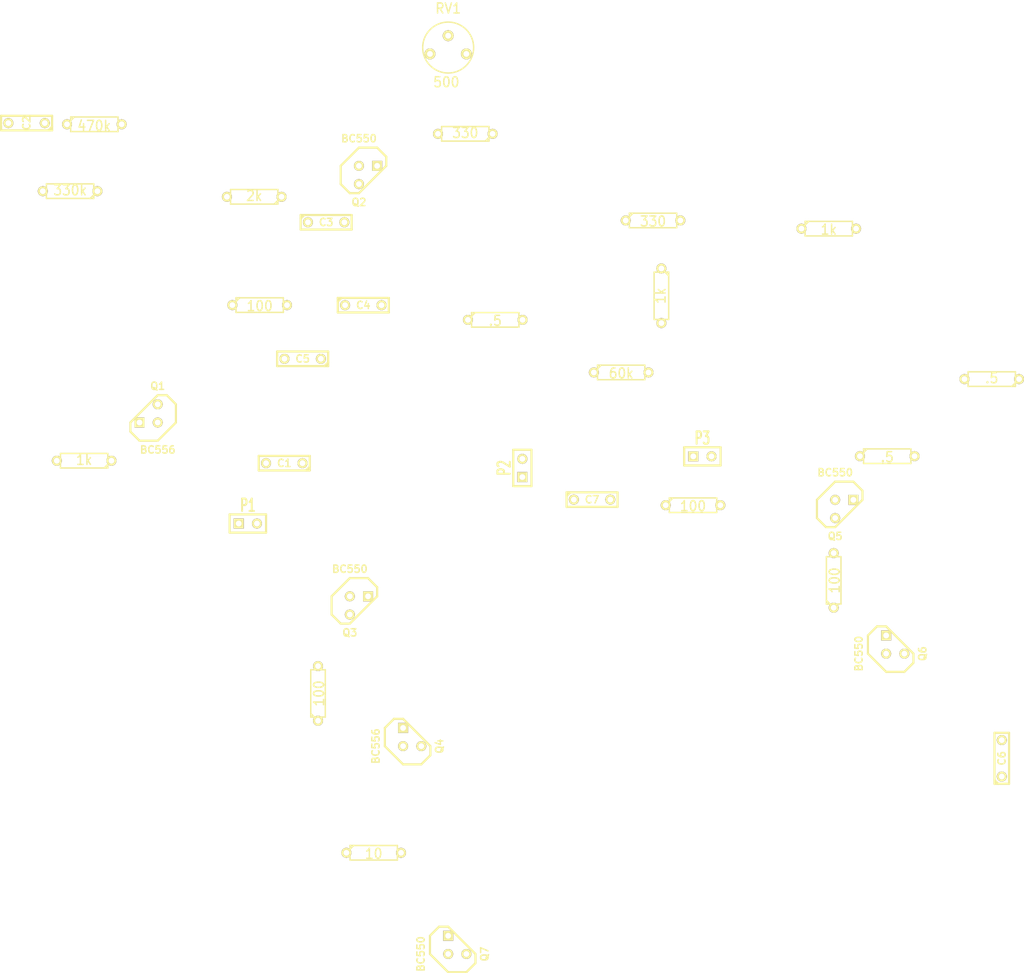
<source format=kicad_pcb>
(kicad_pcb (version 3) (host pcbnew "(2013-june-11)-stable")

  (general
    (links 55)
    (no_connects 55)
    (area 0 0 0 0)
    (thickness 1.6)
    (drawings 0)
    (tracks 0)
    (zones 0)
    (modules 35)
    (nets 24)
  )

  (page A3)
  (layers
    (15 F.Cu signal)
    (0 B.Cu signal)
    (16 B.Adhes user)
    (17 F.Adhes user)
    (18 B.Paste user)
    (19 F.Paste user)
    (20 B.SilkS user)
    (21 F.SilkS user)
    (22 B.Mask user)
    (23 F.Mask user)
    (24 Dwgs.User user)
    (25 Cmts.User user)
    (26 Eco1.User user)
    (27 Eco2.User user)
    (28 Edge.Cuts user)
  )

  (setup
    (last_trace_width 0.254)
    (trace_clearance 0.254)
    (zone_clearance 0.508)
    (zone_45_only no)
    (trace_min 0.254)
    (segment_width 0.2)
    (edge_width 0.1)
    (via_size 0.889)
    (via_drill 0.635)
    (via_min_size 0.889)
    (via_min_drill 0.508)
    (uvia_size 0.508)
    (uvia_drill 0.127)
    (uvias_allowed no)
    (uvia_min_size 0.508)
    (uvia_min_drill 0.127)
    (pcb_text_width 0.3)
    (pcb_text_size 1.5 1.5)
    (mod_edge_width 0.15)
    (mod_text_size 1 1)
    (mod_text_width 0.15)
    (pad_size 1.5 1.5)
    (pad_drill 0.6)
    (pad_to_mask_clearance 0)
    (aux_axis_origin 0 0)
    (visible_elements FFFFFFBF)
    (pcbplotparams
      (layerselection 3178497)
      (usegerberextensions true)
      (excludeedgelayer true)
      (linewidth 0.150000)
      (plotframeref false)
      (viasonmask false)
      (mode 1)
      (useauxorigin false)
      (hpglpennumber 1)
      (hpglpenspeed 20)
      (hpglpendiameter 15)
      (hpglpenoverlay 2)
      (psnegative false)
      (psa4output false)
      (plotreference true)
      (plotvalue true)
      (plotothertext true)
      (plotinvisibletext false)
      (padsonsilk false)
      (subtractmaskfromsilk false)
      (outputformat 1)
      (mirror false)
      (drillshape 1)
      (scaleselection 1)
      (outputdirectory ""))
  )

  (net 0 "")
  (net 1 GND)
  (net 2 N-000001)
  (net 3 N-0000010)
  (net 4 N-0000012)
  (net 5 N-0000013)
  (net 6 N-0000014)
  (net 7 N-0000015)
  (net 8 N-0000016)
  (net 9 N-0000017)
  (net 10 N-0000018)
  (net 11 N-0000019)
  (net 12 N-000002)
  (net 13 N-0000020)
  (net 14 N-0000021)
  (net 15 N-0000022)
  (net 16 N-0000023)
  (net 17 N-000003)
  (net 18 N-000004)
  (net 19 N-000005)
  (net 20 N-000006)
  (net 21 N-000007)
  (net 22 N-000008)
  (net 23 N-000009)

  (net_class Default "This is the default net class."
    (clearance 0.254)
    (trace_width 0.254)
    (via_dia 0.889)
    (via_drill 0.635)
    (uvia_dia 0.508)
    (uvia_drill 0.127)
    (add_net "")
    (add_net GND)
    (add_net N-000001)
    (add_net N-0000010)
    (add_net N-0000012)
    (add_net N-0000013)
    (add_net N-0000014)
    (add_net N-0000015)
    (add_net N-0000016)
    (add_net N-0000017)
    (add_net N-0000018)
    (add_net N-0000019)
    (add_net N-000002)
    (add_net N-0000020)
    (add_net N-0000021)
    (add_net N-0000022)
    (add_net N-0000023)
    (add_net N-000003)
    (add_net N-000004)
    (add_net N-000005)
    (add_net N-000006)
    (add_net N-000007)
    (add_net N-000008)
    (add_net N-000009)
  )

  (module TO92 (layer F.Cu) (tedit 443CFFD1) (tstamp 533CF7F0)
    (at 234.569 187.198 90)
    (descr "Transistor TO92 brochage type BC237")
    (tags "TR TO92")
    (path /533119CA)
    (fp_text reference Q6 (at -1.27 3.81 90) (layer F.SilkS)
      (effects (font (size 1.016 1.016) (thickness 0.2032)))
    )
    (fp_text value BC550 (at -1.27 -5.08 90) (layer F.SilkS)
      (effects (font (size 1.016 1.016) (thickness 0.2032)))
    )
    (fp_line (start -1.27 2.54) (end 2.54 -1.27) (layer F.SilkS) (width 0.3048))
    (fp_line (start 2.54 -1.27) (end 2.54 -2.54) (layer F.SilkS) (width 0.3048))
    (fp_line (start 2.54 -2.54) (end 1.27 -3.81) (layer F.SilkS) (width 0.3048))
    (fp_line (start 1.27 -3.81) (end -1.27 -3.81) (layer F.SilkS) (width 0.3048))
    (fp_line (start -1.27 -3.81) (end -3.81 -1.27) (layer F.SilkS) (width 0.3048))
    (fp_line (start -3.81 -1.27) (end -3.81 1.27) (layer F.SilkS) (width 0.3048))
    (fp_line (start -3.81 1.27) (end -2.54 2.54) (layer F.SilkS) (width 0.3048))
    (fp_line (start -2.54 2.54) (end -1.27 2.54) (layer F.SilkS) (width 0.3048))
    (pad 1 thru_hole rect (at 1.27 -1.27 90) (size 1.397 1.397) (drill 0.8128)
      (layers *.Cu *.Mask F.SilkS)
      (net 11 N-0000019)
    )
    (pad 2 thru_hole circle (at -1.27 -1.27 90) (size 1.397 1.397) (drill 0.8128)
      (layers *.Cu *.Mask F.SilkS)
      (net 21 N-000007)
    )
    (pad 3 thru_hole circle (at -1.27 1.27 90) (size 1.397 1.397) (drill 0.8128)
      (layers *.Cu *.Mask F.SilkS)
      (net 5 N-0000013)
    )
    (model discret/to98.wrl
      (at (xyz 0 0 0))
      (scale (xyz 1 1 1))
      (rotate (xyz 0 0 0))
    )
  )

  (module TO92 (layer F.Cu) (tedit 443CFFD1) (tstamp 533CF7FF)
    (at 161.036 121.666)
    (descr "Transistor TO92 brochage type BC237")
    (tags "TR TO92")
    (path /533110DB)
    (fp_text reference Q2 (at -1.27 3.81) (layer F.SilkS)
      (effects (font (size 1.016 1.016) (thickness 0.2032)))
    )
    (fp_text value BC550 (at -1.27 -5.08) (layer F.SilkS)
      (effects (font (size 1.016 1.016) (thickness 0.2032)))
    )
    (fp_line (start -1.27 2.54) (end 2.54 -1.27) (layer F.SilkS) (width 0.3048))
    (fp_line (start 2.54 -1.27) (end 2.54 -2.54) (layer F.SilkS) (width 0.3048))
    (fp_line (start 2.54 -2.54) (end 1.27 -3.81) (layer F.SilkS) (width 0.3048))
    (fp_line (start 1.27 -3.81) (end -1.27 -3.81) (layer F.SilkS) (width 0.3048))
    (fp_line (start -1.27 -3.81) (end -3.81 -1.27) (layer F.SilkS) (width 0.3048))
    (fp_line (start -3.81 -1.27) (end -3.81 1.27) (layer F.SilkS) (width 0.3048))
    (fp_line (start -3.81 1.27) (end -2.54 2.54) (layer F.SilkS) (width 0.3048))
    (fp_line (start -2.54 2.54) (end -1.27 2.54) (layer F.SilkS) (width 0.3048))
    (pad 1 thru_hole rect (at 1.27 -1.27) (size 1.397 1.397) (drill 0.8128)
      (layers *.Cu *.Mask F.SilkS)
      (net 13 N-0000020)
    )
    (pad 2 thru_hole circle (at -1.27 -1.27) (size 1.397 1.397) (drill 0.8128)
      (layers *.Cu *.Mask F.SilkS)
      (net 19 N-000005)
    )
    (pad 3 thru_hole circle (at -1.27 1.27) (size 1.397 1.397) (drill 0.8128)
      (layers *.Cu *.Mask F.SilkS)
      (net 15 N-0000022)
    )
    (model discret/to98.wrl
      (at (xyz 0 0 0))
      (scale (xyz 1 1 1))
      (rotate (xyz 0 0 0))
    )
  )

  (module TO92 (layer F.Cu) (tedit 443CFFD1) (tstamp 533CF80E)
    (at 227.457 168.275)
    (descr "Transistor TO92 brochage type BC237")
    (tags "TR TO92")
    (path /533110D5)
    (fp_text reference Q5 (at -1.27 3.81) (layer F.SilkS)
      (effects (font (size 1.016 1.016) (thickness 0.2032)))
    )
    (fp_text value BC550 (at -1.27 -5.08) (layer F.SilkS)
      (effects (font (size 1.016 1.016) (thickness 0.2032)))
    )
    (fp_line (start -1.27 2.54) (end 2.54 -1.27) (layer F.SilkS) (width 0.3048))
    (fp_line (start 2.54 -1.27) (end 2.54 -2.54) (layer F.SilkS) (width 0.3048))
    (fp_line (start 2.54 -2.54) (end 1.27 -3.81) (layer F.SilkS) (width 0.3048))
    (fp_line (start 1.27 -3.81) (end -1.27 -3.81) (layer F.SilkS) (width 0.3048))
    (fp_line (start -1.27 -3.81) (end -3.81 -1.27) (layer F.SilkS) (width 0.3048))
    (fp_line (start -3.81 -1.27) (end -3.81 1.27) (layer F.SilkS) (width 0.3048))
    (fp_line (start -3.81 1.27) (end -2.54 2.54) (layer F.SilkS) (width 0.3048))
    (fp_line (start -2.54 2.54) (end -1.27 2.54) (layer F.SilkS) (width 0.3048))
    (pad 1 thru_hole rect (at 1.27 -1.27) (size 1.397 1.397) (drill 0.8128)
      (layers *.Cu *.Mask F.SilkS)
      (net 11 N-0000019)
    )
    (pad 2 thru_hole circle (at -1.27 -1.27) (size 1.397 1.397) (drill 0.8128)
      (layers *.Cu *.Mask F.SilkS)
      (net 13 N-0000020)
    )
    (pad 3 thru_hole circle (at -1.27 1.27) (size 1.397 1.397) (drill 0.8128)
      (layers *.Cu *.Mask F.SilkS)
      (net 18 N-000004)
    )
    (model discret/to98.wrl
      (at (xyz 0 0 0))
      (scale (xyz 1 1 1))
      (rotate (xyz 0 0 0))
    )
  )

  (module TO92 (layer F.Cu) (tedit 443CFFD1) (tstamp 533CF81D)
    (at 173.482 229.108 90)
    (descr "Transistor TO92 brochage type BC237")
    (tags "TR TO92")
    (path /53311675)
    (fp_text reference Q7 (at -1.27 3.81 90) (layer F.SilkS)
      (effects (font (size 1.016 1.016) (thickness 0.2032)))
    )
    (fp_text value BC550 (at -1.27 -5.08 90) (layer F.SilkS)
      (effects (font (size 1.016 1.016) (thickness 0.2032)))
    )
    (fp_line (start -1.27 2.54) (end 2.54 -1.27) (layer F.SilkS) (width 0.3048))
    (fp_line (start 2.54 -1.27) (end 2.54 -2.54) (layer F.SilkS) (width 0.3048))
    (fp_line (start 2.54 -2.54) (end 1.27 -3.81) (layer F.SilkS) (width 0.3048))
    (fp_line (start 1.27 -3.81) (end -1.27 -3.81) (layer F.SilkS) (width 0.3048))
    (fp_line (start -1.27 -3.81) (end -3.81 -1.27) (layer F.SilkS) (width 0.3048))
    (fp_line (start -3.81 -1.27) (end -3.81 1.27) (layer F.SilkS) (width 0.3048))
    (fp_line (start -3.81 1.27) (end -2.54 2.54) (layer F.SilkS) (width 0.3048))
    (fp_line (start -2.54 2.54) (end -1.27 2.54) (layer F.SilkS) (width 0.3048))
    (pad 1 thru_hole rect (at 1.27 -1.27 90) (size 1.397 1.397) (drill 0.8128)
      (layers *.Cu *.Mask F.SilkS)
      (net 17 N-000003)
    )
    (pad 2 thru_hole circle (at -1.27 -1.27 90) (size 1.397 1.397) (drill 0.8128)
      (layers *.Cu *.Mask F.SilkS)
      (net 12 N-000002)
    )
    (pad 3 thru_hole circle (at -1.27 1.27 90) (size 1.397 1.397) (drill 0.8128)
      (layers *.Cu *.Mask F.SilkS)
      (net 1 GND)
    )
    (model discret/to98.wrl
      (at (xyz 0 0 0))
      (scale (xyz 1 1 1))
      (rotate (xyz 0 0 0))
    )
  )

  (module TO92 (layer F.Cu) (tedit 443CFFD1) (tstamp 533CF82C)
    (at 167.19296 200.10628 90)
    (descr "Transistor TO92 brochage type BC237")
    (tags "TR TO92")
    (path /53311663)
    (fp_text reference Q4 (at -1.27 3.81 90) (layer F.SilkS)
      (effects (font (size 1.016 1.016) (thickness 0.2032)))
    )
    (fp_text value BC556 (at -1.27 -5.08 90) (layer F.SilkS)
      (effects (font (size 1.016 1.016) (thickness 0.2032)))
    )
    (fp_line (start -1.27 2.54) (end 2.54 -1.27) (layer F.SilkS) (width 0.3048))
    (fp_line (start 2.54 -1.27) (end 2.54 -2.54) (layer F.SilkS) (width 0.3048))
    (fp_line (start 2.54 -2.54) (end 1.27 -3.81) (layer F.SilkS) (width 0.3048))
    (fp_line (start 1.27 -3.81) (end -1.27 -3.81) (layer F.SilkS) (width 0.3048))
    (fp_line (start -1.27 -3.81) (end -3.81 -1.27) (layer F.SilkS) (width 0.3048))
    (fp_line (start -3.81 -1.27) (end -3.81 1.27) (layer F.SilkS) (width 0.3048))
    (fp_line (start -3.81 1.27) (end -2.54 2.54) (layer F.SilkS) (width 0.3048))
    (fp_line (start -2.54 2.54) (end -1.27 2.54) (layer F.SilkS) (width 0.3048))
    (pad 1 thru_hole rect (at 1.27 -1.27 90) (size 1.397 1.397) (drill 0.8128)
      (layers *.Cu *.Mask F.SilkS)
      (net 2 N-000001)
    )
    (pad 2 thru_hole circle (at -1.27 -1.27 90) (size 1.397 1.397) (drill 0.8128)
      (layers *.Cu *.Mask F.SilkS)
      (net 15 N-0000022)
    )
    (pad 3 thru_hole circle (at -1.27 1.27 90) (size 1.397 1.397) (drill 0.8128)
      (layers *.Cu *.Mask F.SilkS)
      (net 17 N-000003)
    )
    (model discret/to98.wrl
      (at (xyz 0 0 0))
      (scale (xyz 1 1 1))
      (rotate (xyz 0 0 0))
    )
  )

  (module TO92 (layer F.Cu) (tedit 443CFFD1) (tstamp 533CF83B)
    (at 159.766 181.737)
    (descr "Transistor TO92 brochage type BC237")
    (tags "TR TO92")
    (path /53310FAE)
    (fp_text reference Q3 (at -1.27 3.81) (layer F.SilkS)
      (effects (font (size 1.016 1.016) (thickness 0.2032)))
    )
    (fp_text value BC550 (at -1.27 -5.08) (layer F.SilkS)
      (effects (font (size 1.016 1.016) (thickness 0.2032)))
    )
    (fp_line (start -1.27 2.54) (end 2.54 -1.27) (layer F.SilkS) (width 0.3048))
    (fp_line (start 2.54 -1.27) (end 2.54 -2.54) (layer F.SilkS) (width 0.3048))
    (fp_line (start 2.54 -2.54) (end 1.27 -3.81) (layer F.SilkS) (width 0.3048))
    (fp_line (start 1.27 -3.81) (end -1.27 -3.81) (layer F.SilkS) (width 0.3048))
    (fp_line (start -1.27 -3.81) (end -3.81 -1.27) (layer F.SilkS) (width 0.3048))
    (fp_line (start -3.81 -1.27) (end -3.81 1.27) (layer F.SilkS) (width 0.3048))
    (fp_line (start -3.81 1.27) (end -2.54 2.54) (layer F.SilkS) (width 0.3048))
    (fp_line (start -2.54 2.54) (end -1.27 2.54) (layer F.SilkS) (width 0.3048))
    (pad 1 thru_hole rect (at 1.27 -1.27) (size 1.397 1.397) (drill 0.8128)
      (layers *.Cu *.Mask F.SilkS)
      (net 15 N-0000022)
    )
    (pad 2 thru_hole circle (at -1.27 -1.27) (size 1.397 1.397) (drill 0.8128)
      (layers *.Cu *.Mask F.SilkS)
      (net 8 N-0000016)
    )
    (pad 3 thru_hole circle (at -1.27 1.27) (size 1.397 1.397) (drill 0.8128)
      (layers *.Cu *.Mask F.SilkS)
      (net 1 GND)
    )
    (model discret/to98.wrl
      (at (xyz 0 0 0))
      (scale (xyz 1 1 1))
      (rotate (xyz 0 0 0))
    )
  )

  (module TO92 (layer F.Cu) (tedit 443CFFD1) (tstamp 533CF84A)
    (at 130.429 154.94 180)
    (descr "Transistor TO92 brochage type BC237")
    (tags "TR TO92")
    (path /53310FBD)
    (fp_text reference Q1 (at -1.27 3.81 180) (layer F.SilkS)
      (effects (font (size 1.016 1.016) (thickness 0.2032)))
    )
    (fp_text value BC556 (at -1.27 -5.08 180) (layer F.SilkS)
      (effects (font (size 1.016 1.016) (thickness 0.2032)))
    )
    (fp_line (start -1.27 2.54) (end 2.54 -1.27) (layer F.SilkS) (width 0.3048))
    (fp_line (start 2.54 -1.27) (end 2.54 -2.54) (layer F.SilkS) (width 0.3048))
    (fp_line (start 2.54 -2.54) (end 1.27 -3.81) (layer F.SilkS) (width 0.3048))
    (fp_line (start 1.27 -3.81) (end -1.27 -3.81) (layer F.SilkS) (width 0.3048))
    (fp_line (start -1.27 -3.81) (end -3.81 -1.27) (layer F.SilkS) (width 0.3048))
    (fp_line (start -3.81 -1.27) (end -3.81 1.27) (layer F.SilkS) (width 0.3048))
    (fp_line (start -3.81 1.27) (end -2.54 2.54) (layer F.SilkS) (width 0.3048))
    (fp_line (start -2.54 2.54) (end -1.27 2.54) (layer F.SilkS) (width 0.3048))
    (pad 1 thru_hole rect (at 1.27 -1.27 180) (size 1.397 1.397) (drill 0.8128)
      (layers *.Cu *.Mask F.SilkS)
      (net 8 N-0000016)
    )
    (pad 2 thru_hole circle (at -1.27 -1.27 180) (size 1.397 1.397) (drill 0.8128)
      (layers *.Cu *.Mask F.SilkS)
      (net 16 N-0000023)
    )
    (pad 3 thru_hole circle (at -1.27 1.27 180) (size 1.397 1.397) (drill 0.8128)
      (layers *.Cu *.Mask F.SilkS)
      (net 10 N-0000018)
    )
    (model discret/to98.wrl
      (at (xyz 0 0 0))
      (scale (xyz 1 1 1))
      (rotate (xyz 0 0 0))
    )
  )

  (module SIL-2 (layer F.Cu) (tedit 200000) (tstamp 533CF854)
    (at 144.272 170.307)
    (descr "Connecteurs 2 pins")
    (tags "CONN DEV")
    (path /533CF761)
    (fp_text reference P1 (at 0 -2.54) (layer F.SilkS)
      (effects (font (size 1.72974 1.08712) (thickness 0.3048)))
    )
    (fp_text value CONN_2 (at 0 -2.54) (layer F.SilkS) hide
      (effects (font (size 1.524 1.016) (thickness 0.3048)))
    )
    (fp_line (start -2.54 1.27) (end -2.54 -1.27) (layer F.SilkS) (width 0.3048))
    (fp_line (start -2.54 -1.27) (end 2.54 -1.27) (layer F.SilkS) (width 0.3048))
    (fp_line (start 2.54 -1.27) (end 2.54 1.27) (layer F.SilkS) (width 0.3048))
    (fp_line (start 2.54 1.27) (end -2.54 1.27) (layer F.SilkS) (width 0.3048))
    (pad 1 thru_hole rect (at -1.27 0) (size 1.397 1.397) (drill 0.8128)
      (layers *.Cu *.Mask F.SilkS)
      (net 1 GND)
    )
    (pad 2 thru_hole circle (at 1.27 0) (size 1.397 1.397) (drill 0.8128)
      (layers *.Cu *.Mask F.SilkS)
      (net 4 N-0000012)
    )
  )

  (module SIL-2 (layer F.Cu) (tedit 200000) (tstamp 533CF85E)
    (at 182.55996 162.55492 90)
    (descr "Connecteurs 2 pins")
    (tags "CONN DEV")
    (path /533CF754)
    (fp_text reference P2 (at 0 -2.54 90) (layer F.SilkS)
      (effects (font (size 1.72974 1.08712) (thickness 0.3048)))
    )
    (fp_text value CONN_2 (at 0 -2.54 90) (layer F.SilkS) hide
      (effects (font (size 1.524 1.016) (thickness 0.3048)))
    )
    (fp_line (start -2.54 1.27) (end -2.54 -1.27) (layer F.SilkS) (width 0.3048))
    (fp_line (start -2.54 -1.27) (end 2.54 -1.27) (layer F.SilkS) (width 0.3048))
    (fp_line (start 2.54 -1.27) (end 2.54 1.27) (layer F.SilkS) (width 0.3048))
    (fp_line (start 2.54 1.27) (end -2.54 1.27) (layer F.SilkS) (width 0.3048))
    (pad 1 thru_hole rect (at -1.27 0 90) (size 1.397 1.397) (drill 0.8128)
      (layers *.Cu *.Mask F.SilkS)
      (net 3 N-0000010)
    )
    (pad 2 thru_hole circle (at 1.27 0 90) (size 1.397 1.397) (drill 0.8128)
      (layers *.Cu *.Mask F.SilkS)
      (net 1 GND)
    )
  )

  (module RV2 (layer F.Cu) (tedit 3FA15781) (tstamp 533CF866)
    (at 172.212 103.505)
    (descr "Resistance variable / potentiometre")
    (tags R)
    (path /5331117A)
    (autoplace_cost90 10)
    (autoplace_cost180 10)
    (fp_text reference RV1 (at 0 -5.08) (layer F.SilkS)
      (effects (font (size 1.397 1.27) (thickness 0.2032)))
    )
    (fp_text value 500 (at -0.254 5.207) (layer F.SilkS)
      (effects (font (size 1.397 1.27) (thickness 0.2032)))
    )
    (fp_circle (center 0 0.381) (end 0 -3.175) (layer F.SilkS) (width 0.2032))
    (pad 1 thru_hole circle (at -2.54 1.27) (size 1.524 1.524) (drill 0.8128)
      (layers *.Cu *.Mask F.SilkS)
      (net 23 N-000009)
    )
    (pad 2 thru_hole circle (at 0 -1.27) (size 1.524 1.524) (drill 0.8128)
      (layers *.Cu *.Mask F.SilkS)
      (net 19 N-000005)
    )
    (pad 3 thru_hole circle (at 2.54 1.27) (size 1.524 1.524) (drill 0.8128)
      (layers *.Cu *.Mask F.SilkS)
      (net 20 N-000006)
    )
    (model discret/adjustable_rx2.wrl
      (at (xyz 0 0 0))
      (scale (xyz 1 1 1))
      (rotate (xyz 0 0 0))
    )
  )

  (module R3 (layer F.Cu) (tedit 4E4C0E65) (tstamp 533CF874)
    (at 161.82848 216.2556)
    (descr "Resitance 3 pas")
    (tags R)
    (path /5331166F)
    (autoplace_cost180 10)
    (fp_text reference R14 (at 0 0.127) (layer F.SilkS) hide
      (effects (font (size 1.397 1.27) (thickness 0.2032)))
    )
    (fp_text value 10 (at 0 0.127) (layer F.SilkS)
      (effects (font (size 1.397 1.27) (thickness 0.2032)))
    )
    (fp_line (start -3.81 0) (end -3.302 0) (layer F.SilkS) (width 0.2032))
    (fp_line (start 3.81 0) (end 3.302 0) (layer F.SilkS) (width 0.2032))
    (fp_line (start 3.302 0) (end 3.302 -1.016) (layer F.SilkS) (width 0.2032))
    (fp_line (start 3.302 -1.016) (end -3.302 -1.016) (layer F.SilkS) (width 0.2032))
    (fp_line (start -3.302 -1.016) (end -3.302 1.016) (layer F.SilkS) (width 0.2032))
    (fp_line (start -3.302 1.016) (end 3.302 1.016) (layer F.SilkS) (width 0.2032))
    (fp_line (start 3.302 1.016) (end 3.302 0) (layer F.SilkS) (width 0.2032))
    (fp_line (start -3.302 -0.508) (end -2.794 -1.016) (layer F.SilkS) (width 0.2032))
    (pad 1 thru_hole circle (at -3.81 0) (size 1.397 1.397) (drill 0.8128)
      (layers *.Cu *.Mask F.SilkS)
      (net 2 N-000001)
    )
    (pad 2 thru_hole circle (at 3.81 0) (size 1.397 1.397) (drill 0.8128)
      (layers *.Cu *.Mask F.SilkS)
      (net 12 N-000002)
    )
    (model discret/resistor.wrl
      (at (xyz 0 0 0))
      (scale (xyz 0.3 0.3 0.3))
      (rotate (xyz 0 0 0))
    )
  )

  (module R3 (layer F.Cu) (tedit 4E4C0E65) (tstamp 533CF882)
    (at 206.36484 167.75176)
    (descr "Resitance 3 pas")
    (tags R)
    (path /53311273)
    (autoplace_cost180 10)
    (fp_text reference R12 (at 0 0.127) (layer F.SilkS) hide
      (effects (font (size 1.397 1.27) (thickness 0.2032)))
    )
    (fp_text value 100 (at 0 0.127) (layer F.SilkS)
      (effects (font (size 1.397 1.27) (thickness 0.2032)))
    )
    (fp_line (start -3.81 0) (end -3.302 0) (layer F.SilkS) (width 0.2032))
    (fp_line (start 3.81 0) (end 3.302 0) (layer F.SilkS) (width 0.2032))
    (fp_line (start 3.302 0) (end 3.302 -1.016) (layer F.SilkS) (width 0.2032))
    (fp_line (start 3.302 -1.016) (end -3.302 -1.016) (layer F.SilkS) (width 0.2032))
    (fp_line (start -3.302 -1.016) (end -3.302 1.016) (layer F.SilkS) (width 0.2032))
    (fp_line (start -3.302 1.016) (end 3.302 1.016) (layer F.SilkS) (width 0.2032))
    (fp_line (start 3.302 1.016) (end 3.302 0) (layer F.SilkS) (width 0.2032))
    (fp_line (start -3.302 -0.508) (end -2.794 -1.016) (layer F.SilkS) (width 0.2032))
    (pad 1 thru_hole circle (at -3.81 0) (size 1.397 1.397) (drill 0.8128)
      (layers *.Cu *.Mask F.SilkS)
      (net 6 N-0000014)
    )
    (pad 2 thru_hole circle (at 3.81 0) (size 1.397 1.397) (drill 0.8128)
      (layers *.Cu *.Mask F.SilkS)
      (net 18 N-000004)
    )
    (model discret/resistor.wrl
      (at (xyz 0 0 0))
      (scale (xyz 0.3 0.3 0.3))
      (rotate (xyz 0 0 0))
    )
  )

  (module R3 (layer F.Cu) (tedit 4E4C0E65) (tstamp 533CF890)
    (at 154.06116 194.01536 90)
    (descr "Resitance 3 pas")
    (tags R)
    (path /53311669)
    (autoplace_cost180 10)
    (fp_text reference R11 (at 0 0.127 90) (layer F.SilkS) hide
      (effects (font (size 1.397 1.27) (thickness 0.2032)))
    )
    (fp_text value 100 (at 0 0.127 90) (layer F.SilkS)
      (effects (font (size 1.397 1.27) (thickness 0.2032)))
    )
    (fp_line (start -3.81 0) (end -3.302 0) (layer F.SilkS) (width 0.2032))
    (fp_line (start 3.81 0) (end 3.302 0) (layer F.SilkS) (width 0.2032))
    (fp_line (start 3.302 0) (end 3.302 -1.016) (layer F.SilkS) (width 0.2032))
    (fp_line (start 3.302 -1.016) (end -3.302 -1.016) (layer F.SilkS) (width 0.2032))
    (fp_line (start -3.302 -1.016) (end -3.302 1.016) (layer F.SilkS) (width 0.2032))
    (fp_line (start -3.302 1.016) (end 3.302 1.016) (layer F.SilkS) (width 0.2032))
    (fp_line (start 3.302 1.016) (end 3.302 0) (layer F.SilkS) (width 0.2032))
    (fp_line (start -3.302 -0.508) (end -2.794 -1.016) (layer F.SilkS) (width 0.2032))
    (pad 1 thru_hole circle (at -3.81 0 90) (size 1.397 1.397) (drill 0.8128)
      (layers *.Cu *.Mask F.SilkS)
      (net 2 N-000001)
    )
    (pad 2 thru_hole circle (at 3.81 0 90) (size 1.397 1.397) (drill 0.8128)
      (layers *.Cu *.Mask F.SilkS)
      (net 1 GND)
    )
    (model discret/resistor.wrl
      (at (xyz 0 0 0))
      (scale (xyz 0.3 0.3 0.3))
      (rotate (xyz 0 0 0))
    )
  )

  (module R3 (layer F.Cu) (tedit 4E4C0E65) (tstamp 533CF89E)
    (at 200.787 128.016)
    (descr "Resitance 3 pas")
    (tags R)
    (path /53311153)
    (autoplace_cost180 10)
    (fp_text reference R8 (at 0 0.127) (layer F.SilkS) hide
      (effects (font (size 1.397 1.27) (thickness 0.2032)))
    )
    (fp_text value 330 (at 0 0.127) (layer F.SilkS)
      (effects (font (size 1.397 1.27) (thickness 0.2032)))
    )
    (fp_line (start -3.81 0) (end -3.302 0) (layer F.SilkS) (width 0.2032))
    (fp_line (start 3.81 0) (end 3.302 0) (layer F.SilkS) (width 0.2032))
    (fp_line (start 3.302 0) (end 3.302 -1.016) (layer F.SilkS) (width 0.2032))
    (fp_line (start 3.302 -1.016) (end -3.302 -1.016) (layer F.SilkS) (width 0.2032))
    (fp_line (start -3.302 -1.016) (end -3.302 1.016) (layer F.SilkS) (width 0.2032))
    (fp_line (start -3.302 1.016) (end 3.302 1.016) (layer F.SilkS) (width 0.2032))
    (fp_line (start 3.302 1.016) (end 3.302 0) (layer F.SilkS) (width 0.2032))
    (fp_line (start -3.302 -0.508) (end -2.794 -1.016) (layer F.SilkS) (width 0.2032))
    (pad 1 thru_hole circle (at -3.81 0) (size 1.397 1.397) (drill 0.8128)
      (layers *.Cu *.Mask F.SilkS)
      (net 20 N-000006)
    )
    (pad 2 thru_hole circle (at 3.81 0) (size 1.397 1.397) (drill 0.8128)
      (layers *.Cu *.Mask F.SilkS)
      (net 15 N-0000022)
    )
    (model discret/resistor.wrl
      (at (xyz 0 0 0))
      (scale (xyz 0.3 0.3 0.3))
      (rotate (xyz 0 0 0))
    )
  )

  (module R3 (layer F.Cu) (tedit 4E4C0E65) (tstamp 533CF8AC)
    (at 178.7779 141.8844)
    (descr "Resitance 3 pas")
    (tags R)
    (path /5331167B)
    (autoplace_cost180 10)
    (fp_text reference R16 (at 0 0.127) (layer F.SilkS) hide
      (effects (font (size 1.397 1.27) (thickness 0.2032)))
    )
    (fp_text value .5 (at 0 0.127) (layer F.SilkS)
      (effects (font (size 1.397 1.27) (thickness 0.2032)))
    )
    (fp_line (start -3.81 0) (end -3.302 0) (layer F.SilkS) (width 0.2032))
    (fp_line (start 3.81 0) (end 3.302 0) (layer F.SilkS) (width 0.2032))
    (fp_line (start 3.302 0) (end 3.302 -1.016) (layer F.SilkS) (width 0.2032))
    (fp_line (start 3.302 -1.016) (end -3.302 -1.016) (layer F.SilkS) (width 0.2032))
    (fp_line (start -3.302 -1.016) (end -3.302 1.016) (layer F.SilkS) (width 0.2032))
    (fp_line (start -3.302 1.016) (end 3.302 1.016) (layer F.SilkS) (width 0.2032))
    (fp_line (start 3.302 1.016) (end 3.302 0) (layer F.SilkS) (width 0.2032))
    (fp_line (start -3.302 -0.508) (end -2.794 -1.016) (layer F.SilkS) (width 0.2032))
    (pad 1 thru_hole circle (at -3.81 0) (size 1.397 1.397) (drill 0.8128)
      (layers *.Cu *.Mask F.SilkS)
      (net 17 N-000003)
    )
    (pad 2 thru_hole circle (at 3.81 0) (size 1.397 1.397) (drill 0.8128)
      (layers *.Cu *.Mask F.SilkS)
      (net 6 N-0000014)
    )
    (model discret/resistor.wrl
      (at (xyz 0 0 0))
      (scale (xyz 0.3 0.3 0.3))
      (rotate (xyz 0 0 0))
    )
  )

  (module R3 (layer F.Cu) (tedit 4E4C0E65) (tstamp 533CF8BA)
    (at 225.9838 178.2445 90)
    (descr "Resitance 3 pas")
    (tags R)
    (path /533119C4)
    (autoplace_cost180 10)
    (fp_text reference R13 (at 0 0.127 90) (layer F.SilkS) hide
      (effects (font (size 1.397 1.27) (thickness 0.2032)))
    )
    (fp_text value 100 (at 0 0.127 90) (layer F.SilkS)
      (effects (font (size 1.397 1.27) (thickness 0.2032)))
    )
    (fp_line (start -3.81 0) (end -3.302 0) (layer F.SilkS) (width 0.2032))
    (fp_line (start 3.81 0) (end 3.302 0) (layer F.SilkS) (width 0.2032))
    (fp_line (start 3.302 0) (end 3.302 -1.016) (layer F.SilkS) (width 0.2032))
    (fp_line (start 3.302 -1.016) (end -3.302 -1.016) (layer F.SilkS) (width 0.2032))
    (fp_line (start -3.302 -1.016) (end -3.302 1.016) (layer F.SilkS) (width 0.2032))
    (fp_line (start -3.302 1.016) (end 3.302 1.016) (layer F.SilkS) (width 0.2032))
    (fp_line (start 3.302 1.016) (end 3.302 0) (layer F.SilkS) (width 0.2032))
    (fp_line (start -3.302 -0.508) (end -2.794 -1.016) (layer F.SilkS) (width 0.2032))
    (pad 1 thru_hole circle (at -3.81 0 90) (size 1.397 1.397) (drill 0.8128)
      (layers *.Cu *.Mask F.SilkS)
      (net 21 N-000007)
    )
    (pad 2 thru_hole circle (at 3.81 0 90) (size 1.397 1.397) (drill 0.8128)
      (layers *.Cu *.Mask F.SilkS)
      (net 18 N-000004)
    )
    (model discret/resistor.wrl
      (at (xyz 0 0 0))
      (scale (xyz 0.3 0.3 0.3))
      (rotate (xyz 0 0 0))
    )
  )

  (module R3 (layer F.Cu) (tedit 4E4C0E65) (tstamp 533CF8C8)
    (at 248.031 150.1521 180)
    (descr "Resitance 3 pas")
    (tags R)
    (path /533119D0)
    (autoplace_cost180 10)
    (fp_text reference R15 (at 0 0.127 180) (layer F.SilkS) hide
      (effects (font (size 1.397 1.27) (thickness 0.2032)))
    )
    (fp_text value .5 (at 0 0.127 180) (layer F.SilkS)
      (effects (font (size 1.397 1.27) (thickness 0.2032)))
    )
    (fp_line (start -3.81 0) (end -3.302 0) (layer F.SilkS) (width 0.2032))
    (fp_line (start 3.81 0) (end 3.302 0) (layer F.SilkS) (width 0.2032))
    (fp_line (start 3.302 0) (end 3.302 -1.016) (layer F.SilkS) (width 0.2032))
    (fp_line (start 3.302 -1.016) (end -3.302 -1.016) (layer F.SilkS) (width 0.2032))
    (fp_line (start -3.302 -1.016) (end -3.302 1.016) (layer F.SilkS) (width 0.2032))
    (fp_line (start -3.302 1.016) (end 3.302 1.016) (layer F.SilkS) (width 0.2032))
    (fp_line (start 3.302 1.016) (end 3.302 0) (layer F.SilkS) (width 0.2032))
    (fp_line (start -3.302 -0.508) (end -2.794 -1.016) (layer F.SilkS) (width 0.2032))
    (pad 1 thru_hole circle (at -3.81 0 180) (size 1.397 1.397) (drill 0.8128)
      (layers *.Cu *.Mask F.SilkS)
      (net 6 N-0000014)
    )
    (pad 2 thru_hole circle (at 3.81 0 180) (size 1.397 1.397) (drill 0.8128)
      (layers *.Cu *.Mask F.SilkS)
      (net 5 N-0000013)
    )
    (model discret/resistor.wrl
      (at (xyz 0 0 0))
      (scale (xyz 0.3 0.3 0.3))
      (rotate (xyz 0 0 0))
    )
  )

  (module R3 (layer F.Cu) (tedit 4E4C0E65) (tstamp 533CF8D6)
    (at 233.4514 160.909)
    (descr "Resitance 3 pas")
    (tags R)
    (path /53311BC2)
    (autoplace_cost180 10)
    (fp_text reference R17 (at 0 0.127) (layer F.SilkS) hide
      (effects (font (size 1.397 1.27) (thickness 0.2032)))
    )
    (fp_text value .5 (at 0 0.127) (layer F.SilkS)
      (effects (font (size 1.397 1.27) (thickness 0.2032)))
    )
    (fp_line (start -3.81 0) (end -3.302 0) (layer F.SilkS) (width 0.2032))
    (fp_line (start 3.81 0) (end 3.302 0) (layer F.SilkS) (width 0.2032))
    (fp_line (start 3.302 0) (end 3.302 -1.016) (layer F.SilkS) (width 0.2032))
    (fp_line (start 3.302 -1.016) (end -3.302 -1.016) (layer F.SilkS) (width 0.2032))
    (fp_line (start -3.302 -1.016) (end -3.302 1.016) (layer F.SilkS) (width 0.2032))
    (fp_line (start -3.302 1.016) (end 3.302 1.016) (layer F.SilkS) (width 0.2032))
    (fp_line (start 3.302 1.016) (end 3.302 0) (layer F.SilkS) (width 0.2032))
    (fp_line (start -3.302 -0.508) (end -2.794 -1.016) (layer F.SilkS) (width 0.2032))
    (pad 1 thru_hole circle (at -3.81 0) (size 1.397 1.397) (drill 0.8128)
      (layers *.Cu *.Mask F.SilkS)
      (net 1 GND)
    )
    (pad 2 thru_hole circle (at 3.81 0) (size 1.397 1.397) (drill 0.8128)
      (layers *.Cu *.Mask F.SilkS)
      (net 7 N-0000015)
    )
    (model discret/resistor.wrl
      (at (xyz 0 0 0))
      (scale (xyz 0.3 0.3 0.3))
      (rotate (xyz 0 0 0))
    )
  )

  (module R3 (layer F.Cu) (tedit 4E4C0E65) (tstamp 533CF8E4)
    (at 119.4816 123.9266 180)
    (descr "Resitance 3 pas")
    (tags R)
    (path /53310E29)
    (autoplace_cost180 10)
    (fp_text reference R2 (at 0 0.127 180) (layer F.SilkS) hide
      (effects (font (size 1.397 1.27) (thickness 0.2032)))
    )
    (fp_text value 330k (at 0 0.127 180) (layer F.SilkS)
      (effects (font (size 1.397 1.27) (thickness 0.2032)))
    )
    (fp_line (start -3.81 0) (end -3.302 0) (layer F.SilkS) (width 0.2032))
    (fp_line (start 3.81 0) (end 3.302 0) (layer F.SilkS) (width 0.2032))
    (fp_line (start 3.302 0) (end 3.302 -1.016) (layer F.SilkS) (width 0.2032))
    (fp_line (start 3.302 -1.016) (end -3.302 -1.016) (layer F.SilkS) (width 0.2032))
    (fp_line (start -3.302 -1.016) (end -3.302 1.016) (layer F.SilkS) (width 0.2032))
    (fp_line (start -3.302 1.016) (end 3.302 1.016) (layer F.SilkS) (width 0.2032))
    (fp_line (start 3.302 1.016) (end 3.302 0) (layer F.SilkS) (width 0.2032))
    (fp_line (start -3.302 -0.508) (end -2.794 -1.016) (layer F.SilkS) (width 0.2032))
    (pad 1 thru_hole circle (at -3.81 0 180) (size 1.397 1.397) (drill 0.8128)
      (layers *.Cu *.Mask F.SilkS)
      (net 16 N-0000023)
    )
    (pad 2 thru_hole circle (at 3.81 0 180) (size 1.397 1.397) (drill 0.8128)
      (layers *.Cu *.Mask F.SilkS)
      (net 1 GND)
    )
    (model discret/resistor.wrl
      (at (xyz 0 0 0))
      (scale (xyz 0.3 0.3 0.3))
      (rotate (xyz 0 0 0))
    )
  )

  (module R3 (layer F.Cu) (tedit 4E4C0E65) (tstamp 533CF8F2)
    (at 174.5996 115.9256 180)
    (descr "Resitance 3 pas")
    (tags R)
    (path /5331114D)
    (autoplace_cost180 10)
    (fp_text reference R10 (at 0 0.127 180) (layer F.SilkS) hide
      (effects (font (size 1.397 1.27) (thickness 0.2032)))
    )
    (fp_text value 330 (at 0 0.127 180) (layer F.SilkS)
      (effects (font (size 1.397 1.27) (thickness 0.2032)))
    )
    (fp_line (start -3.81 0) (end -3.302 0) (layer F.SilkS) (width 0.2032))
    (fp_line (start 3.81 0) (end 3.302 0) (layer F.SilkS) (width 0.2032))
    (fp_line (start 3.302 0) (end 3.302 -1.016) (layer F.SilkS) (width 0.2032))
    (fp_line (start 3.302 -1.016) (end -3.302 -1.016) (layer F.SilkS) (width 0.2032))
    (fp_line (start -3.302 -1.016) (end -3.302 1.016) (layer F.SilkS) (width 0.2032))
    (fp_line (start -3.302 1.016) (end 3.302 1.016) (layer F.SilkS) (width 0.2032))
    (fp_line (start 3.302 1.016) (end 3.302 0) (layer F.SilkS) (width 0.2032))
    (fp_line (start -3.302 -0.508) (end -2.794 -1.016) (layer F.SilkS) (width 0.2032))
    (pad 1 thru_hole circle (at -3.81 0 180) (size 1.397 1.397) (drill 0.8128)
      (layers *.Cu *.Mask F.SilkS)
      (net 23 N-000009)
    )
    (pad 2 thru_hole circle (at 3.81 0 180) (size 1.397 1.397) (drill 0.8128)
      (layers *.Cu *.Mask F.SilkS)
      (net 13 N-0000020)
    )
    (model discret/resistor.wrl
      (at (xyz 0 0 0))
      (scale (xyz 0.3 0.3 0.3))
      (rotate (xyz 0 0 0))
    )
  )

  (module R3 (layer F.Cu) (tedit 533CFB59) (tstamp 533CF900)
    (at 122.8598 114.5921)
    (descr "Resitance 3 pas")
    (tags R)
    (path /53310EF0)
    (autoplace_cost180 10)
    (fp_text reference R1 (at 0 0.127) (layer F.SilkS) hide
      (effects (font (size 1.397 1.27) (thickness 0.2032)))
    )
    (fp_text value 470k (at -0.0254 0.2159) (layer F.SilkS)
      (effects (font (size 1.397 1.27) (thickness 0.2032)))
    )
    (fp_line (start -3.81 0) (end -3.302 0) (layer F.SilkS) (width 0.2032))
    (fp_line (start 3.81 0) (end 3.302 0) (layer F.SilkS) (width 0.2032))
    (fp_line (start 3.302 0) (end 3.302 -1.016) (layer F.SilkS) (width 0.2032))
    (fp_line (start 3.302 -1.016) (end -3.302 -1.016) (layer F.SilkS) (width 0.2032))
    (fp_line (start -3.302 -1.016) (end -3.302 1.016) (layer F.SilkS) (width 0.2032))
    (fp_line (start -3.302 1.016) (end 3.302 1.016) (layer F.SilkS) (width 0.2032))
    (fp_line (start 3.302 1.016) (end 3.302 0) (layer F.SilkS) (width 0.2032))
    (fp_line (start -3.302 -0.508) (end -2.794 -1.016) (layer F.SilkS) (width 0.2032))
    (pad 1 thru_hole circle (at -3.81 0) (size 1.397 1.397) (drill 0.8128)
      (layers *.Cu *.Mask F.SilkS)
      (net 14 N-0000021)
    )
    (pad 2 thru_hole circle (at 3.81 0) (size 1.397 1.397) (drill 0.8128)
      (layers *.Cu *.Mask F.SilkS)
      (net 16 N-0000023)
    )
    (model discret/resistor.wrl
      (at (xyz 0 0 0))
      (scale (xyz 0.3 0.3 0.3))
      (rotate (xyz 0 0 0))
    )
  )

  (module R3 (layer F.Cu) (tedit 4E4C0E65) (tstamp 533CF90E)
    (at 225.298 129.159)
    (descr "Resitance 3 pas")
    (tags R)
    (path /53310E72)
    (autoplace_cost180 10)
    (fp_text reference R9 (at 0 0.127) (layer F.SilkS) hide
      (effects (font (size 1.397 1.27) (thickness 0.2032)))
    )
    (fp_text value 1k (at 0 0.127) (layer F.SilkS)
      (effects (font (size 1.397 1.27) (thickness 0.2032)))
    )
    (fp_line (start -3.81 0) (end -3.302 0) (layer F.SilkS) (width 0.2032))
    (fp_line (start 3.81 0) (end 3.302 0) (layer F.SilkS) (width 0.2032))
    (fp_line (start 3.302 0) (end 3.302 -1.016) (layer F.SilkS) (width 0.2032))
    (fp_line (start 3.302 -1.016) (end -3.302 -1.016) (layer F.SilkS) (width 0.2032))
    (fp_line (start -3.302 -1.016) (end -3.302 1.016) (layer F.SilkS) (width 0.2032))
    (fp_line (start -3.302 1.016) (end 3.302 1.016) (layer F.SilkS) (width 0.2032))
    (fp_line (start 3.302 1.016) (end 3.302 0) (layer F.SilkS) (width 0.2032))
    (fp_line (start -3.302 -0.508) (end -2.794 -1.016) (layer F.SilkS) (width 0.2032))
    (pad 1 thru_hole circle (at -3.81 0) (size 1.397 1.397) (drill 0.8128)
      (layers *.Cu *.Mask F.SilkS)
      (net 22 N-000008)
    )
    (pad 2 thru_hole circle (at 3.81 0) (size 1.397 1.397) (drill 0.8128)
      (layers *.Cu *.Mask F.SilkS)
      (net 13 N-0000020)
    )
    (model discret/resistor.wrl
      (at (xyz 0 0 0))
      (scale (xyz 0.3 0.3 0.3))
      (rotate (xyz 0 0 0))
    )
  )

  (module R3 (layer F.Cu) (tedit 4E4C0E65) (tstamp 533CF91C)
    (at 201.95032 138.52652 270)
    (descr "Resitance 3 pas")
    (tags R)
    (path /53310E64)
    (autoplace_cost180 10)
    (fp_text reference R6 (at 0 0.127 270) (layer F.SilkS) hide
      (effects (font (size 1.397 1.27) (thickness 0.2032)))
    )
    (fp_text value 1k (at 0 0.127 270) (layer F.SilkS)
      (effects (font (size 1.397 1.27) (thickness 0.2032)))
    )
    (fp_line (start -3.81 0) (end -3.302 0) (layer F.SilkS) (width 0.2032))
    (fp_line (start 3.81 0) (end 3.302 0) (layer F.SilkS) (width 0.2032))
    (fp_line (start 3.302 0) (end 3.302 -1.016) (layer F.SilkS) (width 0.2032))
    (fp_line (start 3.302 -1.016) (end -3.302 -1.016) (layer F.SilkS) (width 0.2032))
    (fp_line (start -3.302 -1.016) (end -3.302 1.016) (layer F.SilkS) (width 0.2032))
    (fp_line (start -3.302 1.016) (end 3.302 1.016) (layer F.SilkS) (width 0.2032))
    (fp_line (start 3.302 1.016) (end 3.302 0) (layer F.SilkS) (width 0.2032))
    (fp_line (start -3.302 -0.508) (end -2.794 -1.016) (layer F.SilkS) (width 0.2032))
    (pad 1 thru_hole circle (at -3.81 0 270) (size 1.397 1.397) (drill 0.8128)
      (layers *.Cu *.Mask F.SilkS)
      (net 22 N-000008)
    )
    (pad 2 thru_hole circle (at 3.81 0 270) (size 1.397 1.397) (drill 0.8128)
      (layers *.Cu *.Mask F.SilkS)
      (net 11 N-0000019)
    )
    (model discret/resistor.wrl
      (at (xyz 0 0 0))
      (scale (xyz 0.3 0.3 0.3))
      (rotate (xyz 0 0 0))
    )
  )

  (module R3 (layer F.Cu) (tedit 4E4C0E65) (tstamp 533CF92A)
    (at 196.342 149.225)
    (descr "Resitance 3 pas")
    (tags R)
    (path /53310E5A)
    (autoplace_cost180 10)
    (fp_text reference R3 (at 0 0.127) (layer F.SilkS) hide
      (effects (font (size 1.397 1.27) (thickness 0.2032)))
    )
    (fp_text value 60k (at 0 0.127) (layer F.SilkS)
      (effects (font (size 1.397 1.27) (thickness 0.2032)))
    )
    (fp_line (start -3.81 0) (end -3.302 0) (layer F.SilkS) (width 0.2032))
    (fp_line (start 3.81 0) (end 3.302 0) (layer F.SilkS) (width 0.2032))
    (fp_line (start 3.302 0) (end 3.302 -1.016) (layer F.SilkS) (width 0.2032))
    (fp_line (start 3.302 -1.016) (end -3.302 -1.016) (layer F.SilkS) (width 0.2032))
    (fp_line (start -3.302 -1.016) (end -3.302 1.016) (layer F.SilkS) (width 0.2032))
    (fp_line (start -3.302 1.016) (end 3.302 1.016) (layer F.SilkS) (width 0.2032))
    (fp_line (start 3.302 1.016) (end 3.302 0) (layer F.SilkS) (width 0.2032))
    (fp_line (start -3.302 -0.508) (end -2.794 -1.016) (layer F.SilkS) (width 0.2032))
    (pad 1 thru_hole circle (at -3.81 0) (size 1.397 1.397) (drill 0.8128)
      (layers *.Cu *.Mask F.SilkS)
      (net 14 N-0000021)
    )
    (pad 2 thru_hole circle (at 3.81 0) (size 1.397 1.397) (drill 0.8128)
      (layers *.Cu *.Mask F.SilkS)
      (net 11 N-0000019)
    )
    (model discret/resistor.wrl
      (at (xyz 0 0 0))
      (scale (xyz 0.3 0.3 0.3))
      (rotate (xyz 0 0 0))
    )
  )

  (module R3 (layer F.Cu) (tedit 4E4C0E65) (tstamp 533CF938)
    (at 145.161 124.714 180)
    (descr "Resitance 3 pas")
    (tags R)
    (path /53310E54)
    (autoplace_cost180 10)
    (fp_text reference R4 (at 0 0.127 180) (layer F.SilkS) hide
      (effects (font (size 1.397 1.27) (thickness 0.2032)))
    )
    (fp_text value 2k (at 0 0.127 180) (layer F.SilkS)
      (effects (font (size 1.397 1.27) (thickness 0.2032)))
    )
    (fp_line (start -3.81 0) (end -3.302 0) (layer F.SilkS) (width 0.2032))
    (fp_line (start 3.81 0) (end 3.302 0) (layer F.SilkS) (width 0.2032))
    (fp_line (start 3.302 0) (end 3.302 -1.016) (layer F.SilkS) (width 0.2032))
    (fp_line (start 3.302 -1.016) (end -3.302 -1.016) (layer F.SilkS) (width 0.2032))
    (fp_line (start -3.302 -1.016) (end -3.302 1.016) (layer F.SilkS) (width 0.2032))
    (fp_line (start -3.302 1.016) (end 3.302 1.016) (layer F.SilkS) (width 0.2032))
    (fp_line (start 3.302 1.016) (end 3.302 0) (layer F.SilkS) (width 0.2032))
    (fp_line (start -3.302 -0.508) (end -2.794 -1.016) (layer F.SilkS) (width 0.2032))
    (pad 1 thru_hole circle (at -3.81 0 180) (size 1.397 1.397) (drill 0.8128)
      (layers *.Cu *.Mask F.SilkS)
      (net 6 N-0000014)
    )
    (pad 2 thru_hole circle (at 3.81 0 180) (size 1.397 1.397) (drill 0.8128)
      (layers *.Cu *.Mask F.SilkS)
      (net 10 N-0000018)
    )
    (model discret/resistor.wrl
      (at (xyz 0 0 0))
      (scale (xyz 0.3 0.3 0.3))
      (rotate (xyz 0 0 0))
    )
  )

  (module R3 (layer F.Cu) (tedit 4E4C0E65) (tstamp 533CF946)
    (at 145.923 139.827)
    (descr "Resitance 3 pas")
    (tags R)
    (path /53310E47)
    (autoplace_cost180 10)
    (fp_text reference R7 (at 0 0.127) (layer F.SilkS) hide
      (effects (font (size 1.397 1.27) (thickness 0.2032)))
    )
    (fp_text value 100 (at 0 0.127) (layer F.SilkS)
      (effects (font (size 1.397 1.27) (thickness 0.2032)))
    )
    (fp_line (start -3.81 0) (end -3.302 0) (layer F.SilkS) (width 0.2032))
    (fp_line (start 3.81 0) (end 3.302 0) (layer F.SilkS) (width 0.2032))
    (fp_line (start 3.302 0) (end 3.302 -1.016) (layer F.SilkS) (width 0.2032))
    (fp_line (start 3.302 -1.016) (end -3.302 -1.016) (layer F.SilkS) (width 0.2032))
    (fp_line (start -3.302 -1.016) (end -3.302 1.016) (layer F.SilkS) (width 0.2032))
    (fp_line (start -3.302 1.016) (end 3.302 1.016) (layer F.SilkS) (width 0.2032))
    (fp_line (start 3.302 1.016) (end 3.302 0) (layer F.SilkS) (width 0.2032))
    (fp_line (start -3.302 -0.508) (end -2.794 -1.016) (layer F.SilkS) (width 0.2032))
    (pad 1 thru_hole circle (at -3.81 0) (size 1.397 1.397) (drill 0.8128)
      (layers *.Cu *.Mask F.SilkS)
      (net 10 N-0000018)
    )
    (pad 2 thru_hole circle (at 3.81 0) (size 1.397 1.397) (drill 0.8128)
      (layers *.Cu *.Mask F.SilkS)
      (net 9 N-0000017)
    )
    (model discret/resistor.wrl
      (at (xyz 0 0 0))
      (scale (xyz 0.3 0.3 0.3))
      (rotate (xyz 0 0 0))
    )
  )

  (module R3 (layer F.Cu) (tedit 533CF92E) (tstamp 533CF954)
    (at 121.4374 161.544 180)
    (descr "Resitance 3 pas")
    (tags R)
    (path /53310E38)
    (autoplace_cost180 10)
    (fp_text reference R5 (at 0 0.127 180) (layer F.SilkS) hide
      (effects (font (size 1.397 1.27) (thickness 0.2032)))
    )
    (fp_text value 1k (at 0 0.127 180) (layer F.SilkS)
      (effects (font (size 1.397 1.27) (thickness 0.2032)))
    )
    (fp_line (start -3.81 0) (end -3.302 0) (layer F.SilkS) (width 0.2032))
    (fp_line (start 3.81 0) (end 3.302 0) (layer F.SilkS) (width 0.2032))
    (fp_line (start 3.302 0) (end 3.302 -1.016) (layer F.SilkS) (width 0.2032))
    (fp_line (start 3.302 -1.016) (end -3.302 -1.016) (layer F.SilkS) (width 0.2032))
    (fp_line (start -3.302 -1.016) (end -3.302 1.016) (layer F.SilkS) (width 0.2032))
    (fp_line (start -3.302 1.016) (end 3.302 1.016) (layer F.SilkS) (width 0.2032))
    (fp_line (start 3.302 1.016) (end 3.302 0) (layer F.SilkS) (width 0.2032))
    (fp_line (start -3.302 -0.508) (end -2.794 -1.016) (layer F.SilkS) (width 0.2032))
    (pad 1 thru_hole circle (at -3.81 0 180) (size 1.397 1.397) (drill 0.8128)
      (layers *.Cu *.Mask F.SilkS)
      (net 8 N-0000016)
    )
    (pad 2 thru_hole circle (at 3.81 0 180) (size 1.397 1.397) (drill 0.8128)
      (layers *.Cu *.Mask F.SilkS)
      (net 1 GND)
    )
    (model discret/resistor.wrl
      (at (xyz 0 0 0))
      (scale (xyz 0.3 0.3 0.3))
      (rotate (xyz 0 0 0))
    )
  )

  (module C2 (layer F.Cu) (tedit 200000) (tstamp 533CF95F)
    (at 149.352 161.8869 180)
    (descr "Condensateur = 2 pas")
    (tags C)
    (path /533113FB)
    (fp_text reference C1 (at 0 0 180) (layer F.SilkS)
      (effects (font (size 1.016 1.016) (thickness 0.2032)))
    )
    (fp_text value 100nF (at 0 0 180) (layer F.SilkS) hide
      (effects (font (size 1.016 1.016) (thickness 0.2032)))
    )
    (fp_line (start -3.556 -1.016) (end 3.556 -1.016) (layer F.SilkS) (width 0.3048))
    (fp_line (start 3.556 -1.016) (end 3.556 1.016) (layer F.SilkS) (width 0.3048))
    (fp_line (start 3.556 1.016) (end -3.556 1.016) (layer F.SilkS) (width 0.3048))
    (fp_line (start -3.556 1.016) (end -3.556 -1.016) (layer F.SilkS) (width 0.3048))
    (fp_line (start -3.556 -0.508) (end -3.048 -1.016) (layer F.SilkS) (width 0.3048))
    (pad 1 thru_hole circle (at -2.54 0 180) (size 1.397 1.397) (drill 0.8128)
      (layers *.Cu *.Mask F.SilkS)
      (net 4 N-0000012)
    )
    (pad 2 thru_hole circle (at 2.54 0 180) (size 1.397 1.397) (drill 0.8128)
      (layers *.Cu *.Mask F.SilkS)
      (net 16 N-0000023)
    )
    (model discret/capa_2pas_5x5mm.wrl
      (at (xyz 0 0 0))
      (scale (xyz 1 1 1))
      (rotate (xyz 0 0 0))
    )
  )

  (module C2 (layer F.Cu) (tedit 200000) (tstamp 533CF96A)
    (at 151.9174 147.32 180)
    (descr "Condensateur = 2 pas")
    (tags C)
    (path /533110CF)
    (fp_text reference C5 (at 0 0 180) (layer F.SilkS)
      (effects (font (size 1.016 1.016) (thickness 0.2032)))
    )
    (fp_text value 100pF (at 0 0 180) (layer F.SilkS) hide
      (effects (font (size 1.016 1.016) (thickness 0.2032)))
    )
    (fp_line (start -3.556 -1.016) (end 3.556 -1.016) (layer F.SilkS) (width 0.3048))
    (fp_line (start 3.556 -1.016) (end 3.556 1.016) (layer F.SilkS) (width 0.3048))
    (fp_line (start 3.556 1.016) (end -3.556 1.016) (layer F.SilkS) (width 0.3048))
    (fp_line (start -3.556 1.016) (end -3.556 -1.016) (layer F.SilkS) (width 0.3048))
    (fp_line (start -3.556 -0.508) (end -3.048 -1.016) (layer F.SilkS) (width 0.3048))
    (pad 1 thru_hole circle (at -2.54 0 180) (size 1.397 1.397) (drill 0.8128)
      (layers *.Cu *.Mask F.SilkS)
      (net 15 N-0000022)
    )
    (pad 2 thru_hole circle (at 2.54 0 180) (size 1.397 1.397) (drill 0.8128)
      (layers *.Cu *.Mask F.SilkS)
      (net 8 N-0000016)
    )
    (model discret/capa_2pas_5x5mm.wrl
      (at (xyz 0 0 0))
      (scale (xyz 1 1 1))
      (rotate (xyz 0 0 0))
    )
  )

  (module C2 (layer F.Cu) (tedit 200000) (tstamp 533CF975)
    (at 160.3756 139.8397)
    (descr "Condensateur = 2 pas")
    (tags C)
    (path /5331103A)
    (fp_text reference C4 (at 0 0) (layer F.SilkS)
      (effects (font (size 1.016 1.016) (thickness 0.2032)))
    )
    (fp_text value 100uF (at 0 0) (layer F.SilkS) hide
      (effects (font (size 1.016 1.016) (thickness 0.2032)))
    )
    (fp_line (start -3.556 -1.016) (end 3.556 -1.016) (layer F.SilkS) (width 0.3048))
    (fp_line (start 3.556 -1.016) (end 3.556 1.016) (layer F.SilkS) (width 0.3048))
    (fp_line (start 3.556 1.016) (end -3.556 1.016) (layer F.SilkS) (width 0.3048))
    (fp_line (start -3.556 1.016) (end -3.556 -1.016) (layer F.SilkS) (width 0.3048))
    (fp_line (start -3.556 -0.508) (end -3.048 -1.016) (layer F.SilkS) (width 0.3048))
    (pad 1 thru_hole circle (at -2.54 0) (size 1.397 1.397) (drill 0.8128)
      (layers *.Cu *.Mask F.SilkS)
      (net 9 N-0000017)
    )
    (pad 2 thru_hole circle (at 2.54 0) (size 1.397 1.397) (drill 0.8128)
      (layers *.Cu *.Mask F.SilkS)
      (net 1 GND)
    )
    (model discret/capa_2pas_5x5mm.wrl
      (at (xyz 0 0 0))
      (scale (xyz 1 1 1))
      (rotate (xyz 0 0 0))
    )
  )

  (module C2 (layer F.Cu) (tedit 200000) (tstamp 533CF980)
    (at 155.194 128.27)
    (descr "Condensateur = 2 pas")
    (tags C)
    (path /53310EA9)
    (fp_text reference C3 (at 0 0) (layer F.SilkS)
      (effects (font (size 1.016 1.016) (thickness 0.2032)))
    )
    (fp_text value 100uF (at 0 0) (layer F.SilkS) hide
      (effects (font (size 1.016 1.016) (thickness 0.2032)))
    )
    (fp_line (start -3.556 -1.016) (end 3.556 -1.016) (layer F.SilkS) (width 0.3048))
    (fp_line (start 3.556 -1.016) (end 3.556 1.016) (layer F.SilkS) (width 0.3048))
    (fp_line (start 3.556 1.016) (end -3.556 1.016) (layer F.SilkS) (width 0.3048))
    (fp_line (start -3.556 1.016) (end -3.556 -1.016) (layer F.SilkS) (width 0.3048))
    (fp_line (start -3.556 -0.508) (end -3.048 -1.016) (layer F.SilkS) (width 0.3048))
    (pad 1 thru_hole circle (at -2.54 0) (size 1.397 1.397) (drill 0.8128)
      (layers *.Cu *.Mask F.SilkS)
      (net 6 N-0000014)
    )
    (pad 2 thru_hole circle (at 2.54 0) (size 1.397 1.397) (drill 0.8128)
      (layers *.Cu *.Mask F.SilkS)
      (net 22 N-000008)
    )
    (model discret/capa_2pas_5x5mm.wrl
      (at (xyz 0 0 0))
      (scale (xyz 1 1 1))
      (rotate (xyz 0 0 0))
    )
  )

  (module C2 (layer F.Cu) (tedit 533CF94B) (tstamp 533CF98B)
    (at 113.411 114.427 180)
    (descr "Condensateur = 2 pas")
    (tags C)
    (path /53310E88)
    (fp_text reference C2 (at 0 0 270) (layer F.SilkS)
      (effects (font (size 1.016 1.016) (thickness 0.2032)))
    )
    (fp_text value 10uF (at 0 0 180) (layer F.SilkS) hide
      (effects (font (size 1.016 1.016) (thickness 0.2032)))
    )
    (fp_line (start -3.556 -1.016) (end 3.556 -1.016) (layer F.SilkS) (width 0.3048))
    (fp_line (start 3.556 -1.016) (end 3.556 1.016) (layer F.SilkS) (width 0.3048))
    (fp_line (start 3.556 1.016) (end -3.556 1.016) (layer F.SilkS) (width 0.3048))
    (fp_line (start -3.556 1.016) (end -3.556 -1.016) (layer F.SilkS) (width 0.3048))
    (fp_line (start -3.556 -0.508) (end -3.048 -1.016) (layer F.SilkS) (width 0.3048))
    (pad 1 thru_hole circle (at -2.54 0 180) (size 1.397 1.397) (drill 0.8128)
      (layers *.Cu *.Mask F.SilkS)
      (net 14 N-0000021)
    )
    (pad 2 thru_hole circle (at 2.54 0 180) (size 1.397 1.397) (drill 0.8128)
      (layers *.Cu *.Mask F.SilkS)
      (net 1 GND)
    )
    (model discret/capa_2pas_5x5mm.wrl
      (at (xyz 0 0 0))
      (scale (xyz 1 1 1))
      (rotate (xyz 0 0 0))
    )
  )

  (module C2 (layer F.Cu) (tedit 200000) (tstamp 533CF996)
    (at 249.428 203.073 90)
    (descr "Condensateur = 2 pas")
    (tags C)
    (path /53311BBC)
    (fp_text reference C6 (at 0 0 90) (layer F.SilkS)
      (effects (font (size 1.016 1.016) (thickness 0.2032)))
    )
    (fp_text value 100nF (at 0 0 90) (layer F.SilkS) hide
      (effects (font (size 1.016 1.016) (thickness 0.2032)))
    )
    (fp_line (start -3.556 -1.016) (end 3.556 -1.016) (layer F.SilkS) (width 0.3048))
    (fp_line (start 3.556 -1.016) (end 3.556 1.016) (layer F.SilkS) (width 0.3048))
    (fp_line (start 3.556 1.016) (end -3.556 1.016) (layer F.SilkS) (width 0.3048))
    (fp_line (start -3.556 1.016) (end -3.556 -1.016) (layer F.SilkS) (width 0.3048))
    (fp_line (start -3.556 -0.508) (end -3.048 -1.016) (layer F.SilkS) (width 0.3048))
    (pad 1 thru_hole circle (at -2.54 0 90) (size 1.397 1.397) (drill 0.8128)
      (layers *.Cu *.Mask F.SilkS)
      (net 7 N-0000015)
    )
    (pad 2 thru_hole circle (at 2.54 0 90) (size 1.397 1.397) (drill 0.8128)
      (layers *.Cu *.Mask F.SilkS)
      (net 6 N-0000014)
    )
    (model discret/capa_2pas_5x5mm.wrl
      (at (xyz 0 0 0))
      (scale (xyz 1 1 1))
      (rotate (xyz 0 0 0))
    )
  )

  (module C2 (layer F.Cu) (tedit 200000) (tstamp 533CF9A1)
    (at 192.28308 166.96944)
    (descr "Condensateur = 2 pas")
    (tags C)
    (path /53311BC8)
    (fp_text reference C7 (at 0 0) (layer F.SilkS)
      (effects (font (size 1.016 1.016) (thickness 0.2032)))
    )
    (fp_text value 100nF (at 0 0) (layer F.SilkS) hide
      (effects (font (size 1.016 1.016) (thickness 0.2032)))
    )
    (fp_line (start -3.556 -1.016) (end 3.556 -1.016) (layer F.SilkS) (width 0.3048))
    (fp_line (start 3.556 -1.016) (end 3.556 1.016) (layer F.SilkS) (width 0.3048))
    (fp_line (start 3.556 1.016) (end -3.556 1.016) (layer F.SilkS) (width 0.3048))
    (fp_line (start -3.556 1.016) (end -3.556 -1.016) (layer F.SilkS) (width 0.3048))
    (fp_line (start -3.556 -0.508) (end -3.048 -1.016) (layer F.SilkS) (width 0.3048))
    (pad 1 thru_hole circle (at -2.54 0) (size 1.397 1.397) (drill 0.8128)
      (layers *.Cu *.Mask F.SilkS)
      (net 3 N-0000010)
    )
    (pad 2 thru_hole circle (at 2.54 0) (size 1.397 1.397) (drill 0.8128)
      (layers *.Cu *.Mask F.SilkS)
      (net 6 N-0000014)
    )
    (model discret/capa_2pas_5x5mm.wrl
      (at (xyz 0 0 0))
      (scale (xyz 1 1 1))
      (rotate (xyz 0 0 0))
    )
  )

  (module SIL-2 (layer F.Cu) (tedit 200000) (tstamp 533CF9F1)
    (at 207.6704 160.9344)
    (descr "Connecteurs 2 pins")
    (tags "CONN DEV")
    (path /533CFA27)
    (fp_text reference P3 (at 0 -2.54) (layer F.SilkS)
      (effects (font (size 1.72974 1.08712) (thickness 0.3048)))
    )
    (fp_text value CONN_2 (at 0 -2.54) (layer F.SilkS) hide
      (effects (font (size 1.524 1.016) (thickness 0.3048)))
    )
    (fp_line (start -2.54 1.27) (end -2.54 -1.27) (layer F.SilkS) (width 0.3048))
    (fp_line (start -2.54 -1.27) (end 2.54 -1.27) (layer F.SilkS) (width 0.3048))
    (fp_line (start 2.54 -1.27) (end 2.54 1.27) (layer F.SilkS) (width 0.3048))
    (fp_line (start 2.54 1.27) (end -2.54 1.27) (layer F.SilkS) (width 0.3048))
    (pad 1 thru_hole rect (at -1.27 0) (size 1.397 1.397) (drill 0.8128)
      (layers *.Cu *.Mask F.SilkS)
      (net 11 N-0000019)
    )
    (pad 2 thru_hole circle (at 1.27 0) (size 1.397 1.397) (drill 0.8128)
      (layers *.Cu *.Mask F.SilkS)
      (net 1 GND)
    )
  )

)

</source>
